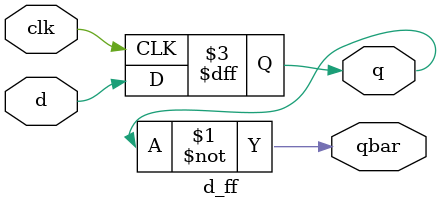
<source format=v>
module d_ff(
    input  wire clk,
    input  wire d,
    output reg  q,
    output wire qbar
);

assign qbar = ~q;

always @(posedge clk) begin
    q <= d;
end

endmodule

</source>
